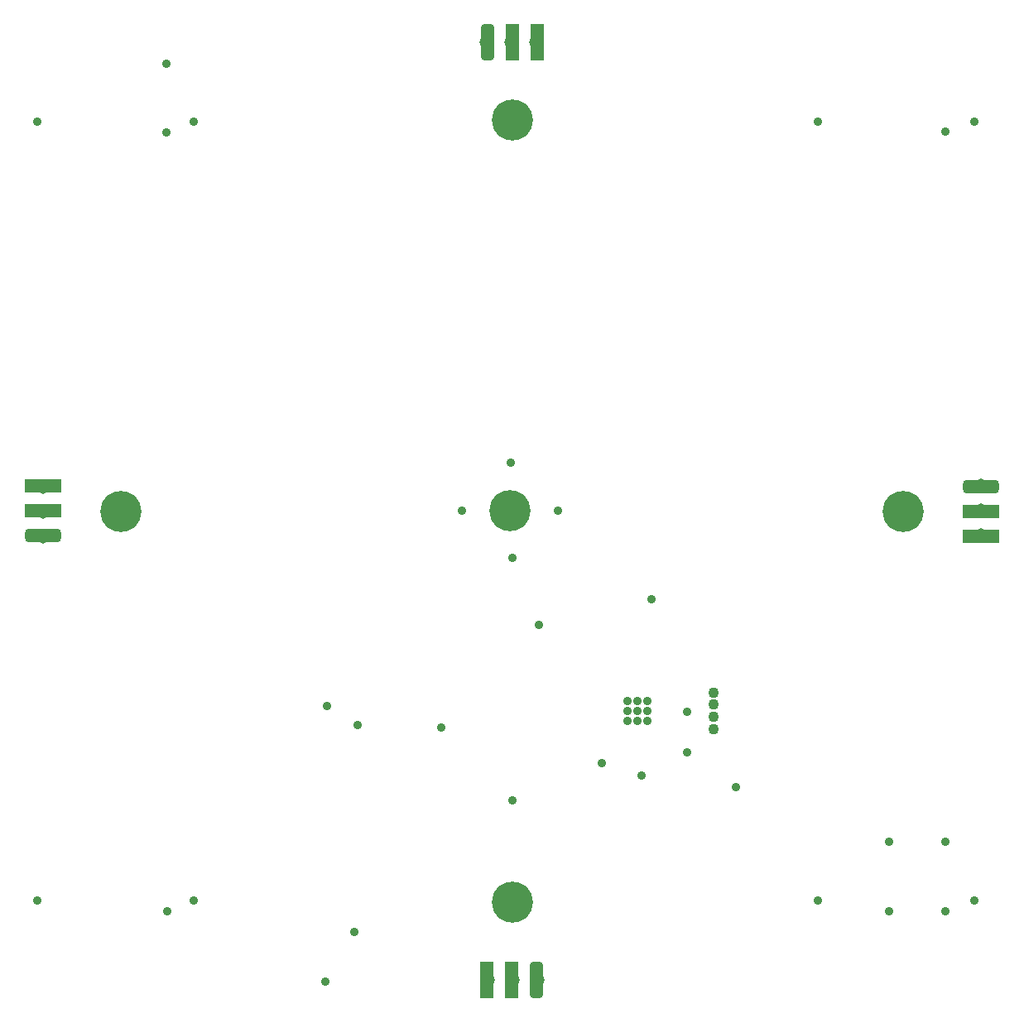
<source format=gbs>
G04*
G04 #@! TF.GenerationSoftware,Altium Limited,Altium Designer,21.0.9 (235)*
G04*
G04 Layer_Color=16711935*
%FSLAX44Y44*%
%MOMM*%
G71*
G04*
G04 #@! TF.SameCoordinates,63E583B4-6D5A-4616-B716-78796777933C*
G04*
G04*
G04 #@! TF.FilePolarity,Negative*
G04*
G01*
G75*
G04:AMPARAMS|DCode=54|XSize=1.4032mm|YSize=3.7032mm|CornerRadius=0.4016mm|HoleSize=0mm|Usage=FLASHONLY|Rotation=0.000|XOffset=0mm|YOffset=0mm|HoleType=Round|Shape=RoundedRectangle|*
%AMROUNDEDRECTD54*
21,1,1.4032,2.9000,0,0,0.0*
21,1,0.6000,3.7032,0,0,0.0*
1,1,0.8032,0.3000,-1.4500*
1,1,0.8032,-0.3000,-1.4500*
1,1,0.8032,-0.3000,1.4500*
1,1,0.8032,0.3000,1.4500*
%
%ADD54ROUNDEDRECTD54*%
%ADD55R,1.4032X3.7032*%
G04:AMPARAMS|DCode=56|XSize=1.4032mm|YSize=3.7032mm|CornerRadius=0.4016mm|HoleSize=0mm|Usage=FLASHONLY|Rotation=270.000|XOffset=0mm|YOffset=0mm|HoleType=Round|Shape=RoundedRectangle|*
%AMROUNDEDRECTD56*
21,1,1.4032,2.9000,0,0,270.0*
21,1,0.6000,3.7032,0,0,270.0*
1,1,0.8032,-1.4500,-0.3000*
1,1,0.8032,-1.4500,0.3000*
1,1,0.8032,1.4500,0.3000*
1,1,0.8032,1.4500,-0.3000*
%
%ADD56ROUNDEDRECTD56*%
%ADD57R,3.7032X1.4032*%
%ADD62C,4.2032*%
%ADD72C,1.1032*%
%ADD73C,0.9032*%
%ADD74C,1.4732*%
D54*
X524999Y20278D02*
D03*
X475001Y979722D02*
D03*
D55*
X499599Y20278D02*
D03*
X474198D02*
D03*
X500401Y979722D02*
D03*
X525802D02*
D03*
D56*
X20016Y475001D02*
D03*
X979984Y524998D02*
D03*
D57*
X20016Y525801D02*
D03*
Y500401D02*
D03*
X979984Y474198D02*
D03*
Y499598D02*
D03*
D62*
X100000Y500000D02*
D03*
X498000Y501000D02*
D03*
X500000Y900000D02*
D03*
Y100000D02*
D03*
X900000Y500000D02*
D03*
D72*
X706500Y314650D02*
D03*
Y302150D02*
D03*
Y289650D02*
D03*
Y277150D02*
D03*
D73*
X428000Y278732D02*
D03*
X342190Y281133D02*
D03*
X310800Y300609D02*
D03*
X308900Y18950D02*
D03*
X729318Y218000D02*
D03*
X679368Y294600D02*
D03*
X338300Y70100D02*
D03*
X500200Y204600D02*
D03*
X679200Y253343D02*
D03*
X527789Y384000D02*
D03*
X642922Y410000D02*
D03*
X591879Y242242D02*
D03*
X812827Y899018D02*
D03*
X174500Y898531D02*
D03*
X146530Y888000D02*
D03*
Y958063D02*
D03*
X14500Y898531D02*
D03*
X499000Y550000D02*
D03*
X500000Y452000D02*
D03*
X449000Y501000D02*
D03*
X547092Y501000D02*
D03*
X638000Y286000D02*
D03*
X628000D02*
D03*
X618000D02*
D03*
Y296000D02*
D03*
X628000Y295900D02*
D03*
X638000Y296000D02*
D03*
X638000Y305900D02*
D03*
X628000Y306000D02*
D03*
X618125Y305775D02*
D03*
X632500Y230000D02*
D03*
X14500Y101500D02*
D03*
X147000Y90500D02*
D03*
X174500Y101500D02*
D03*
X972500Y899000D02*
D03*
X972494Y101868D02*
D03*
X943132Y888765D02*
D03*
X886044Y161764D02*
D03*
X943000Y162000D02*
D03*
X812500Y101750D02*
D03*
X943000Y91000D02*
D03*
X886000D02*
D03*
D74*
X525802Y20278D02*
D03*
X500402D02*
D03*
X20016Y524998D02*
D03*
X979984Y475002D02*
D03*
Y500402D02*
D03*
Y525802D02*
D03*
X475002Y20278D02*
D03*
X20016Y474198D02*
D03*
Y499598D02*
D03*
X474198Y979722D02*
D03*
X499598D02*
D03*
X524998D02*
D03*
M02*

</source>
